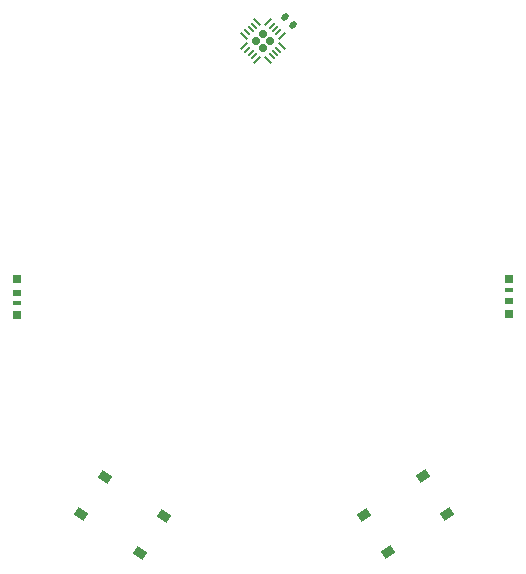
<source format=gbr>
%TF.GenerationSoftware,KiCad,Pcbnew,8.0.5*%
%TF.CreationDate,2025-07-02T22:11:18-04:00*%
%TF.ProjectId,tomorrowland_pendant,746f6d6f-7272-46f7-976c-616e645f7065,rev?*%
%TF.SameCoordinates,Original*%
%TF.FileFunction,Paste,Bot*%
%TF.FilePolarity,Positive*%
%FSLAX46Y46*%
G04 Gerber Fmt 4.6, Leading zero omitted, Abs format (unit mm)*
G04 Created by KiCad (PCBNEW 8.0.5) date 2025-07-02 22:11:18*
%MOMM*%
%LPD*%
G01*
G04 APERTURE LIST*
G04 Aperture macros list*
%AMRoundRect*
0 Rectangle with rounded corners*
0 $1 Rounding radius*
0 $2 $3 $4 $5 $6 $7 $8 $9 X,Y pos of 4 corners*
0 Add a 4 corners polygon primitive as box body*
4,1,4,$2,$3,$4,$5,$6,$7,$8,$9,$2,$3,0*
0 Add four circle primitives for the rounded corners*
1,1,$1+$1,$2,$3*
1,1,$1+$1,$4,$5*
1,1,$1+$1,$6,$7*
1,1,$1+$1,$8,$9*
0 Add four rect primitives between the rounded corners*
20,1,$1+$1,$2,$3,$4,$5,0*
20,1,$1+$1,$4,$5,$6,$7,0*
20,1,$1+$1,$6,$7,$8,$9,0*
20,1,$1+$1,$8,$9,$2,$3,0*%
%AMRotRect*
0 Rectangle, with rotation*
0 The origin of the aperture is its center*
0 $1 length*
0 $2 width*
0 $3 Rotation angle, in degrees counterclockwise*
0 Add horizontal line*
21,1,$1,$2,0,0,$3*%
%AMFreePoly0*
4,1,14,0.385355,0.085355,0.400000,0.050000,0.400000,0.000711,0.385355,-0.034644,0.334644,-0.085355,0.299289,-0.100000,-0.350000,-0.100000,-0.385355,-0.085355,-0.400000,-0.050000,-0.400000,0.050000,-0.385355,0.085355,-0.350000,0.100000,0.350000,0.100000,0.385355,0.085355,0.385355,0.085355,$1*%
%AMFreePoly1*
4,1,14,0.334644,0.085355,0.385355,0.034644,0.400000,-0.000711,0.400000,-0.050000,0.385355,-0.085355,0.350000,-0.100000,-0.350000,-0.100000,-0.385355,-0.085355,-0.400000,-0.050000,-0.400000,0.050000,-0.385355,0.085355,-0.350000,0.100000,0.299289,0.100000,0.334644,0.085355,0.334644,0.085355,$1*%
%AMFreePoly2*
4,1,14,0.085355,0.385355,0.100000,0.350000,0.100000,-0.350000,0.085355,-0.385355,0.050000,-0.400000,0.000711,-0.400000,-0.034644,-0.385355,-0.085355,-0.334644,-0.100000,-0.299289,-0.100000,0.350000,-0.085355,0.385355,-0.050000,0.400000,0.050000,0.400000,0.085355,0.385355,0.085355,0.385355,$1*%
%AMFreePoly3*
4,1,14,0.085355,0.385355,0.100000,0.350000,0.100000,-0.299289,0.085355,-0.334644,0.034644,-0.385355,-0.000711,-0.400000,-0.050000,-0.400000,-0.085355,-0.385355,-0.100000,-0.350000,-0.100000,0.350000,-0.085355,0.385355,-0.050000,0.400000,0.050000,0.400000,0.085355,0.385355,0.085355,0.385355,$1*%
%AMFreePoly4*
4,1,14,0.385355,0.085355,0.400000,0.050000,0.400000,-0.050000,0.385355,-0.085355,0.350000,-0.100000,-0.350000,-0.100000,-0.385355,-0.085355,-0.400000,-0.050000,-0.400000,-0.000711,-0.385355,0.034644,-0.334644,0.085355,-0.299289,0.100000,0.350000,0.100000,0.385355,0.085355,0.385355,0.085355,$1*%
%AMFreePoly5*
4,1,14,0.385355,0.085355,0.400000,0.050000,0.400000,-0.050000,0.385355,-0.085355,0.350000,-0.100000,-0.299289,-0.100000,-0.334644,-0.085355,-0.385355,-0.034644,-0.400000,0.000711,-0.400000,0.050000,-0.385355,0.085355,-0.350000,0.100000,0.350000,0.100000,0.385355,0.085355,0.385355,0.085355,$1*%
%AMFreePoly6*
4,1,14,0.034644,0.385355,0.085355,0.334644,0.100000,0.299289,0.100000,-0.350000,0.085355,-0.385355,0.050000,-0.400000,-0.050000,-0.400000,-0.085355,-0.385355,-0.100000,-0.350000,-0.100000,0.350000,-0.085355,0.385355,-0.050000,0.400000,-0.000711,0.400000,0.034644,0.385355,0.034644,0.385355,$1*%
%AMFreePoly7*
4,1,14,0.085355,0.385355,0.100000,0.350000,0.100000,-0.350000,0.085355,-0.385355,0.050000,-0.400000,-0.050000,-0.400000,-0.085355,-0.385355,-0.100000,-0.350000,-0.100000,0.299289,-0.085355,0.334644,-0.034644,0.385355,0.000711,0.400000,0.050000,0.400000,0.085355,0.385355,0.085355,0.385355,$1*%
G04 Aperture macros list end*
%ADD10RoundRect,0.172500X0.000000X0.243952X-0.243952X0.000000X0.000000X-0.243952X0.243952X0.000000X0*%
%ADD11FreePoly0,225.000000*%
%ADD12RoundRect,0.050000X0.212132X0.282843X-0.282843X-0.212132X-0.212132X-0.282843X0.282843X0.212132X0*%
%ADD13FreePoly1,225.000000*%
%ADD14FreePoly2,225.000000*%
%ADD15RoundRect,0.050000X-0.212132X0.282843X-0.282843X0.212132X0.212132X-0.282843X0.282843X-0.212132X0*%
%ADD16FreePoly3,225.000000*%
%ADD17FreePoly4,225.000000*%
%ADD18FreePoly5,225.000000*%
%ADD19FreePoly6,225.000000*%
%ADD20FreePoly7,225.000000*%
%ADD21RotRect,1.000000X0.750000X33.000000*%
%ADD22R,0.800000X0.750000*%
%ADD23R,0.800000X0.600000*%
%ADD24R,0.800000X0.400000*%
%ADD25R,0.800000X0.800000*%
%ADD26RoundRect,0.140000X-0.219203X-0.021213X-0.021213X-0.219203X0.219203X0.021213X0.021213X0.219203X0*%
%ADD27RotRect,1.000000X0.750000X327.000000*%
G04 APERTURE END LIST*
D10*
%TO.C,U1*%
X150998377Y-85651185D03*
X150397336Y-85050144D03*
X150397336Y-86252226D03*
X149796295Y-85651185D03*
D11*
X150856955Y-84060195D03*
D12*
X151139798Y-84343037D03*
X151422641Y-84625880D03*
X151705484Y-84908723D03*
D13*
X151988326Y-85191566D03*
D14*
X151988326Y-86110804D03*
D15*
X151705484Y-86393647D03*
X151422641Y-86676490D03*
X151139798Y-86959333D03*
D16*
X150856955Y-87242175D03*
D17*
X149937717Y-87242175D03*
D12*
X149654874Y-86959333D03*
X149372031Y-86676490D03*
X149089188Y-86393647D03*
D18*
X148806346Y-86110804D03*
D19*
X148806346Y-85191566D03*
D15*
X149089188Y-84908723D03*
X149372031Y-84625880D03*
X149654874Y-84343037D03*
D20*
X149937717Y-84060195D03*
%TD*%
D21*
%TO.C,SW1*%
X160998743Y-128936580D03*
X166030766Y-125668746D03*
X158956346Y-125791566D03*
X163988369Y-122523732D03*
%TD*%
D22*
%TO.C,LED19*%
X129606346Y-105841566D03*
D23*
X129606346Y-106966566D03*
D24*
X129606346Y-107846566D03*
D25*
X129606346Y-108826566D03*
%TD*%
D22*
%TO.C,LED20*%
X171206346Y-108755566D03*
D23*
X171206346Y-107630566D03*
D24*
X171206346Y-106750566D03*
D25*
X171206346Y-105770566D03*
%TD*%
D26*
%TO.C,C17*%
X152307524Y-83642744D03*
X152986346Y-84321566D03*
%TD*%
D27*
%TO.C,SW2*%
X134969136Y-125730158D03*
X140001160Y-128997990D03*
X137011532Y-122585142D03*
X142043556Y-125852974D03*
%TD*%
M02*

</source>
